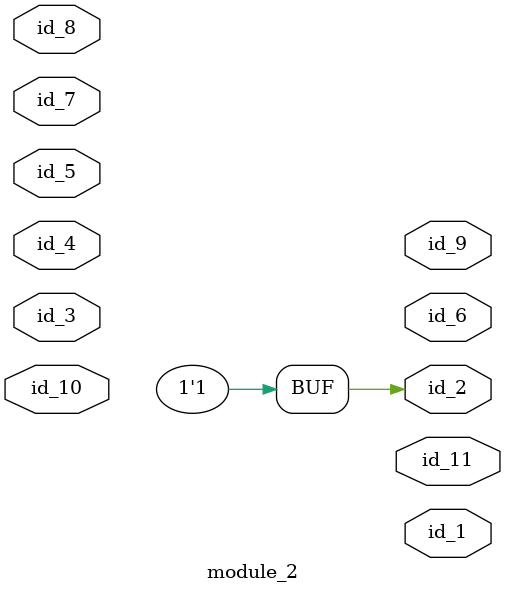
<source format=v>
module module_0;
  supply0 id_1;
  localparam id_2 = id_1;
  wire id_3, id_4;
endmodule
module module_1 (
    id_1,
    id_2,
    id_3,
    id_4,
    id_5,
    id_6,
    id_7,
    id_8
);
  inout wire id_8;
  inout wire id_7;
  output wire id_6;
  input wire id_5;
  input wire id_4;
  input wire id_3;
  inout wire id_2;
  inout wire id_1;
  parameter id_9 = id_4;
  module_0 modCall_1 ();
  wire id_10;
  wire id_11;
endmodule
module module_2 (
    id_1,
    id_2,
    id_3,
    id_4,
    id_5,
    id_6,
    id_7,
    id_8,
    id_9,
    id_10,
    id_11
);
  output wire id_11;
  input wire id_10;
  output wire id_9;
  inout wire id_8;
  input wire id_7;
  output wire id_6;
  input wire id_5;
  inout wire id_4;
  inout wire id_3;
  output wire id_2;
  output wire id_1;
  assign id_2 = -1;
  module_0 modCall_1 ();
endmodule

</source>
